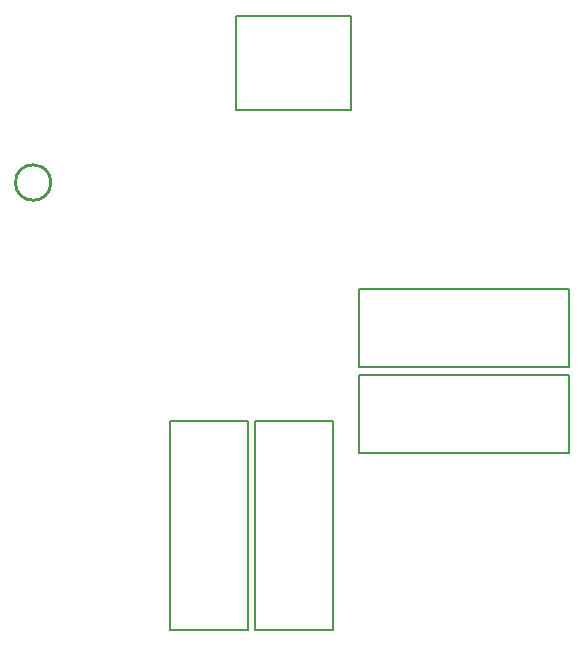
<source format=gbr>
%TF.GenerationSoftware,Altium Limited,Altium Designer,22.7.1 (60)*%
G04 Layer_Color=32768*
%FSLAX45Y45*%
%MOMM*%
%TF.SameCoordinates,7EA997FE-DDDF-495E-A45D-074EEB3093BC*%
%TF.FilePolarity,Positive*%
%TF.FileFunction,Other,Top_Courtyard*%
%TF.Part,Single*%
G01*
G75*
%TA.AperFunction,NonConductor*%
%ADD40C,0.20000*%
%ADD49C,0.25400*%
D40*
X4452800Y6620400D02*
X4452800Y5830400D01*
X5427800Y5830400D01*
X5427800Y6620400D01*
X4452800Y6620400D02*
X5427800Y6620400D01*
X5496316Y3586176D02*
X7266316Y3586175D01*
X7266316Y2926176D02*
X7266316Y3586175D01*
X5496316Y2926175D02*
X7266316Y2926176D01*
X5496316Y3586176D02*
X5496316Y2926175D01*
X5496316Y3648491D02*
X7266316Y3648490D01*
X5496316Y3648491D02*
Y4308491D01*
X7266316Y4308491D01*
X7266316Y3648490D01*
X4551375Y1420484D02*
X4551376Y3190484D01*
X3891376Y1420484D02*
X4551375Y1420484D01*
X3891375Y3190484D02*
X3891376Y1420484D01*
X3891375Y3190484D02*
X4551376Y3190484D01*
X4613691Y1420484D02*
Y3190484D01*
X5273691D01*
Y1420484D02*
Y3190484D01*
X4613691Y1420484D02*
X5273691D01*
D49*
X2883379Y5212363D02*
G03*
X2883379Y5212363I-150000J0D01*
G01*
%TF.MD5,9b3265be8f632261dd1b2469893b15d1*%
M02*

</source>
